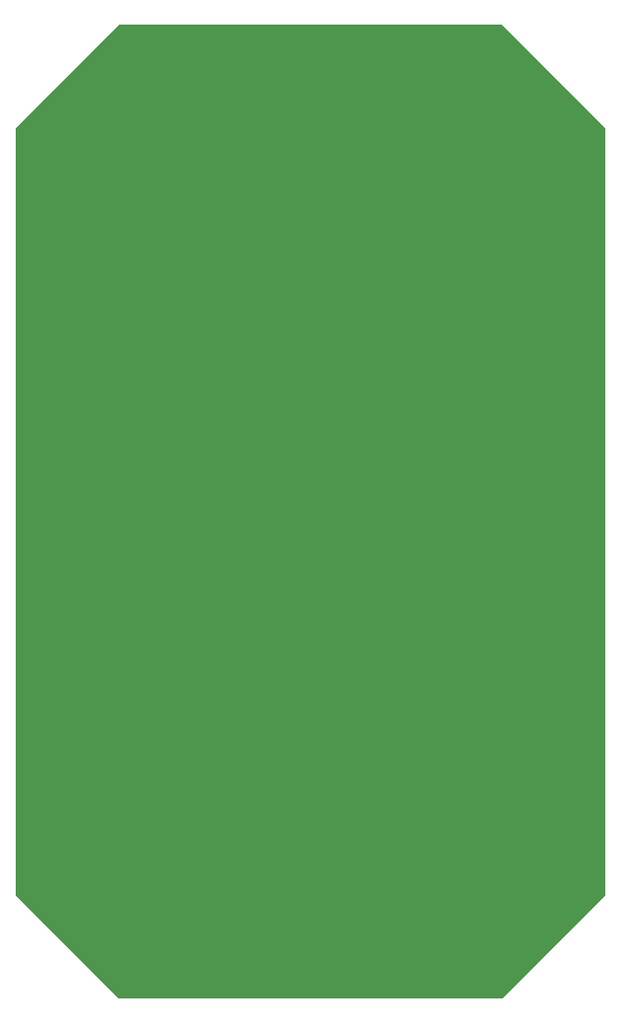
<source format=gbr>
G04 DipTrace 2.3.0.3*
%INBoard.gbr*%
%MOIN*%
%ADD11C,0.0055*%
%FSLAX44Y44*%
G04*
G70*
G90*
G75*
G01*
%LNBoardPoly*%
%LPD*%
G36*
X3937Y33437D2*
D11*
X7437Y36937D1*
X20437D1*
X23937Y33437D1*
Y7437D1*
X20437Y3937D1*
X7437D1*
X3937Y7437D1*
Y33437D1*
G37*
M02*

</source>
